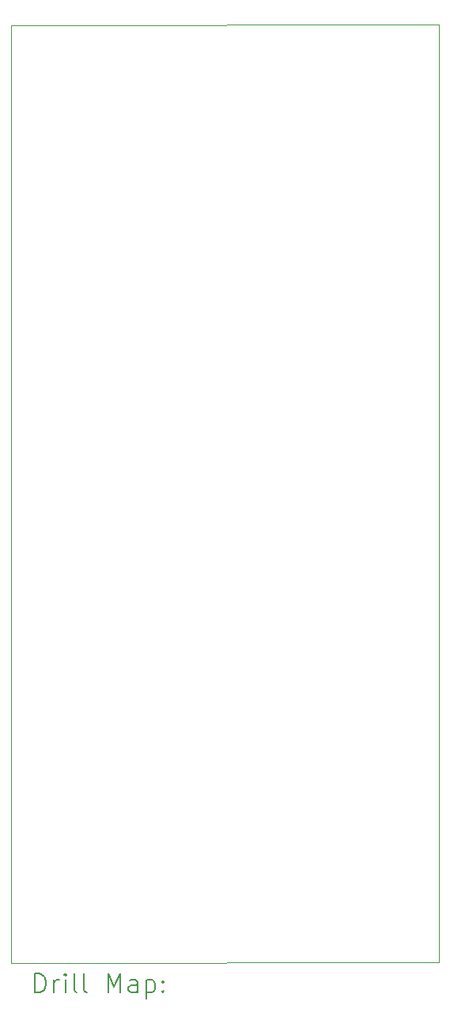
<source format=gbr>
%TF.GenerationSoftware,KiCad,Pcbnew,7.0.11+dfsg-1build4*%
%TF.CreationDate,2024-05-16T00:50:15+10:00*%
%TF.ProjectId,NoBootLoadFlasher,4e6f426f-6f74-44c6-9f61-64466c617368,rev?*%
%TF.SameCoordinates,Original*%
%TF.FileFunction,Drillmap*%
%TF.FilePolarity,Positive*%
%FSLAX45Y45*%
G04 Gerber Fmt 4.5, Leading zero omitted, Abs format (unit mm)*
G04 Created by KiCad (PCBNEW 7.0.11+dfsg-1build4) date 2024-05-16 00:50:15*
%MOMM*%
%LPD*%
G01*
G04 APERTURE LIST*
%ADD10C,0.050000*%
%ADD11C,0.200000*%
G04 APERTURE END LIST*
D10*
X6832600Y-17233900D02*
X11417300Y-17221200D01*
X6832600Y-7200900D02*
X11417300Y-7188200D01*
X6832600Y-7200900D02*
X6832600Y-17233900D01*
X11417300Y-7188200D02*
X11417300Y-17221200D01*
D11*
X7090877Y-17547884D02*
X7090877Y-17347884D01*
X7090877Y-17347884D02*
X7138496Y-17347884D01*
X7138496Y-17347884D02*
X7167067Y-17357408D01*
X7167067Y-17357408D02*
X7186115Y-17376455D01*
X7186115Y-17376455D02*
X7195639Y-17395503D01*
X7195639Y-17395503D02*
X7205162Y-17433598D01*
X7205162Y-17433598D02*
X7205162Y-17462170D01*
X7205162Y-17462170D02*
X7195639Y-17500265D01*
X7195639Y-17500265D02*
X7186115Y-17519312D01*
X7186115Y-17519312D02*
X7167067Y-17538360D01*
X7167067Y-17538360D02*
X7138496Y-17547884D01*
X7138496Y-17547884D02*
X7090877Y-17547884D01*
X7290877Y-17547884D02*
X7290877Y-17414550D01*
X7290877Y-17452646D02*
X7300401Y-17433598D01*
X7300401Y-17433598D02*
X7309924Y-17424074D01*
X7309924Y-17424074D02*
X7328972Y-17414550D01*
X7328972Y-17414550D02*
X7348020Y-17414550D01*
X7414686Y-17547884D02*
X7414686Y-17414550D01*
X7414686Y-17347884D02*
X7405162Y-17357408D01*
X7405162Y-17357408D02*
X7414686Y-17366931D01*
X7414686Y-17366931D02*
X7424210Y-17357408D01*
X7424210Y-17357408D02*
X7414686Y-17347884D01*
X7414686Y-17347884D02*
X7414686Y-17366931D01*
X7538496Y-17547884D02*
X7519448Y-17538360D01*
X7519448Y-17538360D02*
X7509924Y-17519312D01*
X7509924Y-17519312D02*
X7509924Y-17347884D01*
X7643258Y-17547884D02*
X7624210Y-17538360D01*
X7624210Y-17538360D02*
X7614686Y-17519312D01*
X7614686Y-17519312D02*
X7614686Y-17347884D01*
X7871829Y-17547884D02*
X7871829Y-17347884D01*
X7871829Y-17347884D02*
X7938496Y-17490741D01*
X7938496Y-17490741D02*
X8005162Y-17347884D01*
X8005162Y-17347884D02*
X8005162Y-17547884D01*
X8186115Y-17547884D02*
X8186115Y-17443122D01*
X8186115Y-17443122D02*
X8176591Y-17424074D01*
X8176591Y-17424074D02*
X8157543Y-17414550D01*
X8157543Y-17414550D02*
X8119448Y-17414550D01*
X8119448Y-17414550D02*
X8100401Y-17424074D01*
X8186115Y-17538360D02*
X8167067Y-17547884D01*
X8167067Y-17547884D02*
X8119448Y-17547884D01*
X8119448Y-17547884D02*
X8100401Y-17538360D01*
X8100401Y-17538360D02*
X8090877Y-17519312D01*
X8090877Y-17519312D02*
X8090877Y-17500265D01*
X8090877Y-17500265D02*
X8100401Y-17481217D01*
X8100401Y-17481217D02*
X8119448Y-17471693D01*
X8119448Y-17471693D02*
X8167067Y-17471693D01*
X8167067Y-17471693D02*
X8186115Y-17462170D01*
X8281353Y-17414550D02*
X8281353Y-17614550D01*
X8281353Y-17424074D02*
X8300401Y-17414550D01*
X8300401Y-17414550D02*
X8338496Y-17414550D01*
X8338496Y-17414550D02*
X8357543Y-17424074D01*
X8357543Y-17424074D02*
X8367067Y-17433598D01*
X8367067Y-17433598D02*
X8376591Y-17452646D01*
X8376591Y-17452646D02*
X8376591Y-17509789D01*
X8376591Y-17509789D02*
X8367067Y-17528836D01*
X8367067Y-17528836D02*
X8357543Y-17538360D01*
X8357543Y-17538360D02*
X8338496Y-17547884D01*
X8338496Y-17547884D02*
X8300401Y-17547884D01*
X8300401Y-17547884D02*
X8281353Y-17538360D01*
X8462305Y-17528836D02*
X8471829Y-17538360D01*
X8471829Y-17538360D02*
X8462305Y-17547884D01*
X8462305Y-17547884D02*
X8452782Y-17538360D01*
X8452782Y-17538360D02*
X8462305Y-17528836D01*
X8462305Y-17528836D02*
X8462305Y-17547884D01*
X8462305Y-17424074D02*
X8471829Y-17433598D01*
X8471829Y-17433598D02*
X8462305Y-17443122D01*
X8462305Y-17443122D02*
X8452782Y-17433598D01*
X8452782Y-17433598D02*
X8462305Y-17424074D01*
X8462305Y-17424074D02*
X8462305Y-17443122D01*
M02*

</source>
